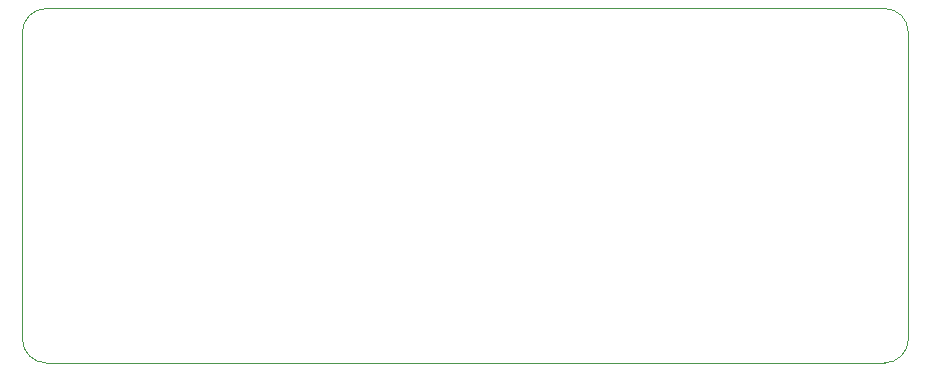
<source format=gbr>
G04 #@! TF.GenerationSoftware,KiCad,Pcbnew,(5.1.5)-3*
G04 #@! TF.CreationDate,2020-11-01T16:25:03+00:00*
G04 #@! TF.ProjectId,ESPControllerCircuit,45535043-6f6e-4747-926f-6c6c65724369,rev?*
G04 #@! TF.SameCoordinates,Original*
G04 #@! TF.FileFunction,Profile,NP*
%FSLAX46Y46*%
G04 Gerber Fmt 4.6, Leading zero omitted, Abs format (unit mm)*
G04 Created by KiCad (PCBNEW (5.1.5)-3) date 2020-11-01 16:25:03*
%MOMM*%
%LPD*%
G04 APERTURE LIST*
%ADD10C,0.050000*%
G04 APERTURE END LIST*
D10*
X145500000Y-102000000D02*
X74500000Y-102000000D01*
X74500000Y-132000000D02*
X145500000Y-132000000D01*
X72500000Y-130000000D02*
X72500000Y-104000000D01*
X74500000Y-132000000D02*
G75*
G02X72500000Y-130000000I0J2000000D01*
G01*
X72500000Y-104000000D02*
G75*
G02X74500000Y-102000000I2000000J0D01*
G01*
X147500000Y-104000000D02*
X147500000Y-130000000D01*
X145500000Y-102000000D02*
G75*
G02X147500000Y-104000000I0J-2000000D01*
G01*
X147500000Y-130000000D02*
G75*
G02X145500000Y-132000000I-2000000J0D01*
G01*
M02*

</source>
